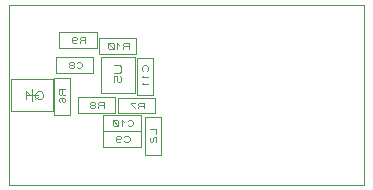
<source format=gbr>
G04 PROTEUS GERBER X2 FILE*
%TF.GenerationSoftware,Labcenter,Proteus,8.5-SP0-Build22067*%
%TF.CreationDate,2018-05-10T14:10:55+00:00*%
%TF.FileFunction,AssemblyDrawing,Bot*%
%TF.FilePolarity,Positive*%
%TF.Part,Single*%
%FSLAX45Y45*%
%MOMM*%
G01*
%TA.AperFunction,Profile*%
%ADD28C,0.101600*%
%TA.AperFunction,Material*%
%ADD73C,0.101600*%
%ADD67C,0.100750*%
%ADD68C,0.079240*%
%ADD76C,0.078740*%
%ADD79C,0.050000*%
%ADD80C,0.121660*%
D28*
X-1490000Y-760000D02*
X+1510000Y-760000D01*
X+1510000Y+760000D01*
X-1490000Y+760000D01*
X-1490000Y-760000D01*
D73*
X-716870Y+19810D02*
X-427310Y+19810D01*
X-427310Y+322070D01*
X-716870Y+322070D01*
X-716870Y+19810D01*
D67*
X-602316Y+251542D02*
X-551939Y+251542D01*
X-541864Y+241467D01*
X-541864Y+201166D01*
X-551939Y+191091D01*
X-602316Y+191091D01*
X-602316Y+110489D02*
X-602316Y+160865D01*
X-582165Y+160865D01*
X-582165Y+120564D01*
X-572090Y+110489D01*
X-551939Y+110489D01*
X-541864Y+120564D01*
X-541864Y+150790D01*
X-551939Y+160865D01*
D73*
X-1067520Y+399980D02*
X-752560Y+399980D01*
X-752560Y+532060D01*
X-1067520Y+532060D01*
X-1067520Y+399980D01*
D68*
X-846642Y+442245D02*
X-846642Y+489794D01*
X-886265Y+489794D01*
X-894190Y+481869D01*
X-894190Y+473944D01*
X-886265Y+466020D01*
X-846642Y+466020D01*
X-886265Y+466020D02*
X-894190Y+458095D01*
X-894190Y+442245D01*
X-957588Y+473944D02*
X-949663Y+466020D01*
X-925889Y+466020D01*
X-917964Y+473944D01*
X-917964Y+481869D01*
X-925889Y+489794D01*
X-949663Y+489794D01*
X-957588Y+481869D01*
X-957588Y+450170D01*
X-949663Y+442245D01*
X-925889Y+442245D01*
D73*
X-734160Y+349980D02*
X-419200Y+349980D01*
X-419200Y+482060D01*
X-734160Y+482060D01*
X-734160Y+349980D01*
D76*
X-482192Y+392398D02*
X-482192Y+439642D01*
X-521562Y+439642D01*
X-529436Y+431768D01*
X-529436Y+423894D01*
X-521562Y+416020D01*
X-482192Y+416020D01*
X-521562Y+416020D02*
X-529436Y+408146D01*
X-529436Y+392398D01*
X-560932Y+423894D02*
X-576680Y+439642D01*
X-576680Y+392398D01*
X-608176Y+400272D02*
X-608176Y+431768D01*
X-616050Y+439642D01*
X-647546Y+439642D01*
X-655420Y+431768D01*
X-655420Y+400272D01*
X-647546Y+392398D01*
X-616050Y+392398D01*
X-608176Y+400272D01*
X-608176Y+392398D02*
X-655420Y+439642D01*
D73*
X-406860Y-680D02*
X-274780Y-680D01*
X-274780Y+314280D01*
X-406860Y+314280D01*
X-406860Y-680D01*
D76*
X-325072Y+204044D02*
X-317198Y+211918D01*
X-317198Y+235540D01*
X-332946Y+251288D01*
X-348694Y+251288D01*
X-364442Y+235540D01*
X-364442Y+211918D01*
X-356568Y+204044D01*
X-348694Y+172548D02*
X-364442Y+156800D01*
X-317198Y+156800D01*
X-348694Y+109556D02*
X-364442Y+93808D01*
X-317198Y+93808D01*
D73*
X-574160Y-155100D02*
X-259200Y-155100D01*
X-259200Y-23020D01*
X-574160Y-23020D01*
X-574160Y-155100D01*
D68*
X-353282Y-112835D02*
X-353282Y-65286D01*
X-392905Y-65286D01*
X-400830Y-73211D01*
X-400830Y-81136D01*
X-392905Y-89060D01*
X-353282Y-89060D01*
X-392905Y-89060D02*
X-400830Y-96985D01*
X-400830Y-112835D01*
X-424604Y-65286D02*
X-464228Y-65286D01*
X-464228Y-73211D01*
X-424604Y-112835D01*
D73*
X-914160Y-150020D02*
X-599200Y-150020D01*
X-599200Y-17940D01*
X-914160Y-17940D01*
X-914160Y-150020D01*
D68*
X-693282Y-107755D02*
X-693282Y-60206D01*
X-732905Y-60206D01*
X-740830Y-68131D01*
X-740830Y-76056D01*
X-732905Y-83980D01*
X-693282Y-83980D01*
X-732905Y-83980D02*
X-740830Y-91905D01*
X-740830Y-107755D01*
X-772529Y-83980D02*
X-764604Y-76056D01*
X-764604Y-68131D01*
X-772529Y-60206D01*
X-796303Y-60206D01*
X-804228Y-68131D01*
X-804228Y-76056D01*
X-796303Y-83980D01*
X-772529Y-83980D01*
X-764604Y-91905D01*
X-764604Y-99830D01*
X-772529Y-107755D01*
X-796303Y-107755D01*
X-804228Y-99830D01*
X-804228Y-91905D01*
X-796303Y-83980D01*
D73*
X-1094160Y+189980D02*
X-779200Y+189980D01*
X-779200Y+322060D01*
X-1094160Y+322060D01*
X-1094160Y+189980D01*
D68*
X-920830Y+240170D02*
X-912905Y+232245D01*
X-889131Y+232245D01*
X-873282Y+248095D01*
X-873282Y+263944D01*
X-889131Y+279794D01*
X-912905Y+279794D01*
X-920830Y+271869D01*
X-952529Y+256020D02*
X-944604Y+263944D01*
X-944604Y+271869D01*
X-952529Y+279794D01*
X-976303Y+279794D01*
X-984228Y+271869D01*
X-984228Y+263944D01*
X-976303Y+256020D01*
X-952529Y+256020D01*
X-944604Y+248095D01*
X-944604Y+240170D01*
X-952529Y+232245D01*
X-976303Y+232245D01*
X-984228Y+240170D01*
X-984228Y+248095D01*
X-976303Y+256020D01*
D79*
X-1120000Y-135000D02*
X-1480000Y-135000D01*
X-1480000Y+135000D01*
X-1120000Y+135000D01*
X-1120000Y-135000D01*
X-1300000Y+50000D02*
X-1300000Y-50000D01*
X-1350000Y+0D02*
X-1250000Y+0D01*
D80*
X-1202668Y+12166D02*
X-1227001Y+36499D01*
X-1251334Y+36499D01*
X-1275667Y+12166D01*
X-1275667Y-12167D01*
X-1251334Y-36500D01*
X-1227001Y-36500D01*
X-1202668Y-12167D01*
X-1202668Y+12166D01*
X-1251334Y-12167D02*
X-1275667Y-36500D01*
X-1324333Y+12166D02*
X-1348666Y+36499D01*
X-1348666Y-36500D01*
D73*
X-1111940Y-170680D02*
X-979860Y-170680D01*
X-979860Y+144280D01*
X-1111940Y+144280D01*
X-1111940Y-170680D01*
D68*
X-1022125Y+50198D02*
X-1069674Y+50198D01*
X-1069674Y+10575D01*
X-1061749Y+2650D01*
X-1053824Y+2650D01*
X-1045900Y+10575D01*
X-1045900Y+50198D01*
X-1045900Y+10575D02*
X-1037975Y+2650D01*
X-1022125Y+2650D01*
X-1061749Y-60748D02*
X-1069674Y-52823D01*
X-1069674Y-29049D01*
X-1061749Y-21124D01*
X-1030050Y-21124D01*
X-1022125Y-29049D01*
X-1022125Y-52823D01*
X-1030050Y-60748D01*
X-1037975Y-60748D01*
X-1045900Y-52823D01*
X-1045900Y-21124D01*
D73*
X-338580Y-504160D02*
X-206500Y-504160D01*
X-206500Y-189200D01*
X-338580Y-189200D01*
X-338580Y-504160D01*
D68*
X-296314Y-283282D02*
X-248765Y-283282D01*
X-248765Y-330830D01*
X-288389Y-354604D02*
X-296314Y-362529D01*
X-296314Y-386303D01*
X-288389Y-394228D01*
X-280464Y-394228D01*
X-272540Y-386303D01*
X-272540Y-362529D01*
X-264615Y-354604D01*
X-248765Y-354604D01*
X-248765Y-394228D01*
D73*
X-694160Y-300020D02*
X-379200Y-300020D01*
X-379200Y-167940D01*
X-694160Y-167940D01*
X-694160Y-300020D01*
D76*
X-489436Y-249728D02*
X-481562Y-257602D01*
X-457940Y-257602D01*
X-442192Y-241854D01*
X-442192Y-226106D01*
X-457940Y-210358D01*
X-481562Y-210358D01*
X-489436Y-218232D01*
X-520932Y-226106D02*
X-536680Y-210358D01*
X-536680Y-257602D01*
X-568176Y-249728D02*
X-568176Y-218232D01*
X-576050Y-210358D01*
X-607546Y-210358D01*
X-615420Y-218232D01*
X-615420Y-249728D01*
X-607546Y-257602D01*
X-576050Y-257602D01*
X-568176Y-249728D01*
X-568176Y-257602D02*
X-615420Y-210358D01*
D73*
X-694160Y-440020D02*
X-379200Y-440020D01*
X-379200Y-307940D01*
X-694160Y-307940D01*
X-694160Y-440020D01*
D68*
X-520830Y-389830D02*
X-512905Y-397755D01*
X-489131Y-397755D01*
X-473282Y-381905D01*
X-473282Y-366056D01*
X-489131Y-350206D01*
X-512905Y-350206D01*
X-520830Y-358131D01*
X-584228Y-366056D02*
X-576303Y-373980D01*
X-552529Y-373980D01*
X-544604Y-366056D01*
X-544604Y-358131D01*
X-552529Y-350206D01*
X-576303Y-350206D01*
X-584228Y-358131D01*
X-584228Y-389830D01*
X-576303Y-397755D01*
X-552529Y-397755D01*
M02*

</source>
